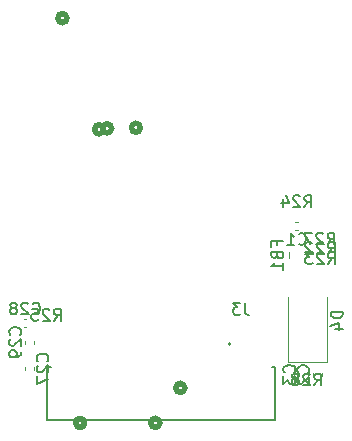
<source format=gbr>
%TF.GenerationSoftware,KiCad,Pcbnew,7.0.7*%
%TF.CreationDate,2024-10-30T15:59:06-07:00*%
%TF.ProjectId,SensingBoard_rev1.1,53656e73-696e-4674-926f-6172645f7265,rev?*%
%TF.SameCoordinates,Original*%
%TF.FileFunction,Legend,Bot*%
%TF.FilePolarity,Positive*%
%FSLAX46Y46*%
G04 Gerber Fmt 4.6, Leading zero omitted, Abs format (unit mm)*
G04 Created by KiCad (PCBNEW 7.0.7) date 2024-10-30 15:59:06*
%MOMM*%
%LPD*%
G01*
G04 APERTURE LIST*
%ADD10C,0.150000*%
%ADD11C,0.508000*%
%ADD12C,0.120000*%
%ADD13C,0.127000*%
%ADD14C,0.200000*%
G04 APERTURE END LIST*
D10*
X139830609Y-62631066D02*
X139830609Y-62297733D01*
X140354419Y-62297733D02*
X139354419Y-62297733D01*
X139354419Y-62297733D02*
X139354419Y-62773923D01*
X139830609Y-63488209D02*
X139878228Y-63631066D01*
X139878228Y-63631066D02*
X139925847Y-63678685D01*
X139925847Y-63678685D02*
X140021085Y-63726304D01*
X140021085Y-63726304D02*
X140163942Y-63726304D01*
X140163942Y-63726304D02*
X140259180Y-63678685D01*
X140259180Y-63678685D02*
X140306800Y-63631066D01*
X140306800Y-63631066D02*
X140354419Y-63535828D01*
X140354419Y-63535828D02*
X140354419Y-63154876D01*
X140354419Y-63154876D02*
X139354419Y-63154876D01*
X139354419Y-63154876D02*
X139354419Y-63488209D01*
X139354419Y-63488209D02*
X139402038Y-63583447D01*
X139402038Y-63583447D02*
X139449657Y-63631066D01*
X139449657Y-63631066D02*
X139544895Y-63678685D01*
X139544895Y-63678685D02*
X139640133Y-63678685D01*
X139640133Y-63678685D02*
X139735371Y-63631066D01*
X139735371Y-63631066D02*
X139782990Y-63583447D01*
X139782990Y-63583447D02*
X139830609Y-63488209D01*
X139830609Y-63488209D02*
X139830609Y-63154876D01*
X140354419Y-64678685D02*
X140354419Y-64107257D01*
X140354419Y-64392971D02*
X139354419Y-64392971D01*
X139354419Y-64392971D02*
X139497276Y-64297733D01*
X139497276Y-64297733D02*
X139592514Y-64202495D01*
X139592514Y-64202495D02*
X139640133Y-64107257D01*
X120391580Y-72430342D02*
X120439200Y-72382723D01*
X120439200Y-72382723D02*
X120486819Y-72239866D01*
X120486819Y-72239866D02*
X120486819Y-72144628D01*
X120486819Y-72144628D02*
X120439200Y-72001771D01*
X120439200Y-72001771D02*
X120343961Y-71906533D01*
X120343961Y-71906533D02*
X120248723Y-71858914D01*
X120248723Y-71858914D02*
X120058247Y-71811295D01*
X120058247Y-71811295D02*
X119915390Y-71811295D01*
X119915390Y-71811295D02*
X119724914Y-71858914D01*
X119724914Y-71858914D02*
X119629676Y-71906533D01*
X119629676Y-71906533D02*
X119534438Y-72001771D01*
X119534438Y-72001771D02*
X119486819Y-72144628D01*
X119486819Y-72144628D02*
X119486819Y-72239866D01*
X119486819Y-72239866D02*
X119534438Y-72382723D01*
X119534438Y-72382723D02*
X119582057Y-72430342D01*
X119582057Y-72811295D02*
X119534438Y-72858914D01*
X119534438Y-72858914D02*
X119486819Y-72954152D01*
X119486819Y-72954152D02*
X119486819Y-73192247D01*
X119486819Y-73192247D02*
X119534438Y-73287485D01*
X119534438Y-73287485D02*
X119582057Y-73335104D01*
X119582057Y-73335104D02*
X119677295Y-73382723D01*
X119677295Y-73382723D02*
X119772533Y-73382723D01*
X119772533Y-73382723D02*
X119915390Y-73335104D01*
X119915390Y-73335104D02*
X120486819Y-72763676D01*
X120486819Y-72763676D02*
X120486819Y-73382723D01*
X119486819Y-73716057D02*
X119486819Y-74382723D01*
X119486819Y-74382723D02*
X120486819Y-73954152D01*
X144112657Y-62549219D02*
X144445990Y-62073028D01*
X144684085Y-62549219D02*
X144684085Y-61549219D01*
X144684085Y-61549219D02*
X144303133Y-61549219D01*
X144303133Y-61549219D02*
X144207895Y-61596838D01*
X144207895Y-61596838D02*
X144160276Y-61644457D01*
X144160276Y-61644457D02*
X144112657Y-61739695D01*
X144112657Y-61739695D02*
X144112657Y-61882552D01*
X144112657Y-61882552D02*
X144160276Y-61977790D01*
X144160276Y-61977790D02*
X144207895Y-62025409D01*
X144207895Y-62025409D02*
X144303133Y-62073028D01*
X144303133Y-62073028D02*
X144684085Y-62073028D01*
X143731704Y-61644457D02*
X143684085Y-61596838D01*
X143684085Y-61596838D02*
X143588847Y-61549219D01*
X143588847Y-61549219D02*
X143350752Y-61549219D01*
X143350752Y-61549219D02*
X143255514Y-61596838D01*
X143255514Y-61596838D02*
X143207895Y-61644457D01*
X143207895Y-61644457D02*
X143160276Y-61739695D01*
X143160276Y-61739695D02*
X143160276Y-61834933D01*
X143160276Y-61834933D02*
X143207895Y-61977790D01*
X143207895Y-61977790D02*
X143779323Y-62549219D01*
X143779323Y-62549219D02*
X143160276Y-62549219D01*
X142826942Y-61549219D02*
X142160276Y-61549219D01*
X142160276Y-61549219D02*
X142588847Y-62549219D01*
X119136457Y-68389180D02*
X119184076Y-68436800D01*
X119184076Y-68436800D02*
X119326933Y-68484419D01*
X119326933Y-68484419D02*
X119422171Y-68484419D01*
X119422171Y-68484419D02*
X119565028Y-68436800D01*
X119565028Y-68436800D02*
X119660266Y-68341561D01*
X119660266Y-68341561D02*
X119707885Y-68246323D01*
X119707885Y-68246323D02*
X119755504Y-68055847D01*
X119755504Y-68055847D02*
X119755504Y-67912990D01*
X119755504Y-67912990D02*
X119707885Y-67722514D01*
X119707885Y-67722514D02*
X119660266Y-67627276D01*
X119660266Y-67627276D02*
X119565028Y-67532038D01*
X119565028Y-67532038D02*
X119422171Y-67484419D01*
X119422171Y-67484419D02*
X119326933Y-67484419D01*
X119326933Y-67484419D02*
X119184076Y-67532038D01*
X119184076Y-67532038D02*
X119136457Y-67579657D01*
X118755504Y-67579657D02*
X118707885Y-67532038D01*
X118707885Y-67532038D02*
X118612647Y-67484419D01*
X118612647Y-67484419D02*
X118374552Y-67484419D01*
X118374552Y-67484419D02*
X118279314Y-67532038D01*
X118279314Y-67532038D02*
X118231695Y-67579657D01*
X118231695Y-67579657D02*
X118184076Y-67674895D01*
X118184076Y-67674895D02*
X118184076Y-67770133D01*
X118184076Y-67770133D02*
X118231695Y-67912990D01*
X118231695Y-67912990D02*
X118803123Y-68484419D01*
X118803123Y-68484419D02*
X118184076Y-68484419D01*
X117612647Y-67912990D02*
X117707885Y-67865371D01*
X117707885Y-67865371D02*
X117755504Y-67817752D01*
X117755504Y-67817752D02*
X117803123Y-67722514D01*
X117803123Y-67722514D02*
X117803123Y-67674895D01*
X117803123Y-67674895D02*
X117755504Y-67579657D01*
X117755504Y-67579657D02*
X117707885Y-67532038D01*
X117707885Y-67532038D02*
X117612647Y-67484419D01*
X117612647Y-67484419D02*
X117422171Y-67484419D01*
X117422171Y-67484419D02*
X117326933Y-67532038D01*
X117326933Y-67532038D02*
X117279314Y-67579657D01*
X117279314Y-67579657D02*
X117231695Y-67674895D01*
X117231695Y-67674895D02*
X117231695Y-67722514D01*
X117231695Y-67722514D02*
X117279314Y-67817752D01*
X117279314Y-67817752D02*
X117326933Y-67865371D01*
X117326933Y-67865371D02*
X117422171Y-67912990D01*
X117422171Y-67912990D02*
X117612647Y-67912990D01*
X117612647Y-67912990D02*
X117707885Y-67960609D01*
X117707885Y-67960609D02*
X117755504Y-68008228D01*
X117755504Y-68008228D02*
X117803123Y-68103466D01*
X117803123Y-68103466D02*
X117803123Y-68293942D01*
X117803123Y-68293942D02*
X117755504Y-68389180D01*
X117755504Y-68389180D02*
X117707885Y-68436800D01*
X117707885Y-68436800D02*
X117612647Y-68484419D01*
X117612647Y-68484419D02*
X117422171Y-68484419D01*
X117422171Y-68484419D02*
X117326933Y-68436800D01*
X117326933Y-68436800D02*
X117279314Y-68389180D01*
X117279314Y-68389180D02*
X117231695Y-68293942D01*
X117231695Y-68293942D02*
X117231695Y-68103466D01*
X117231695Y-68103466D02*
X117279314Y-68008228D01*
X117279314Y-68008228D02*
X117326933Y-67960609D01*
X117326933Y-67960609D02*
X117422171Y-67912990D01*
X120947857Y-69000819D02*
X121281190Y-68524628D01*
X121519285Y-69000819D02*
X121519285Y-68000819D01*
X121519285Y-68000819D02*
X121138333Y-68000819D01*
X121138333Y-68000819D02*
X121043095Y-68048438D01*
X121043095Y-68048438D02*
X120995476Y-68096057D01*
X120995476Y-68096057D02*
X120947857Y-68191295D01*
X120947857Y-68191295D02*
X120947857Y-68334152D01*
X120947857Y-68334152D02*
X120995476Y-68429390D01*
X120995476Y-68429390D02*
X121043095Y-68477009D01*
X121043095Y-68477009D02*
X121138333Y-68524628D01*
X121138333Y-68524628D02*
X121519285Y-68524628D01*
X120566904Y-68096057D02*
X120519285Y-68048438D01*
X120519285Y-68048438D02*
X120424047Y-68000819D01*
X120424047Y-68000819D02*
X120185952Y-68000819D01*
X120185952Y-68000819D02*
X120090714Y-68048438D01*
X120090714Y-68048438D02*
X120043095Y-68096057D01*
X120043095Y-68096057D02*
X119995476Y-68191295D01*
X119995476Y-68191295D02*
X119995476Y-68286533D01*
X119995476Y-68286533D02*
X120043095Y-68429390D01*
X120043095Y-68429390D02*
X120614523Y-69000819D01*
X120614523Y-69000819D02*
X119995476Y-69000819D01*
X119090714Y-68000819D02*
X119566904Y-68000819D01*
X119566904Y-68000819D02*
X119614523Y-68477009D01*
X119614523Y-68477009D02*
X119566904Y-68429390D01*
X119566904Y-68429390D02*
X119471666Y-68381771D01*
X119471666Y-68381771D02*
X119233571Y-68381771D01*
X119233571Y-68381771D02*
X119138333Y-68429390D01*
X119138333Y-68429390D02*
X119090714Y-68477009D01*
X119090714Y-68477009D02*
X119043095Y-68572247D01*
X119043095Y-68572247D02*
X119043095Y-68810342D01*
X119043095Y-68810342D02*
X119090714Y-68905580D01*
X119090714Y-68905580D02*
X119138333Y-68953200D01*
X119138333Y-68953200D02*
X119233571Y-69000819D01*
X119233571Y-69000819D02*
X119471666Y-69000819D01*
X119471666Y-69000819D02*
X119566904Y-68953200D01*
X119566904Y-68953200D02*
X119614523Y-68905580D01*
X144137657Y-64205219D02*
X144470990Y-63729028D01*
X144709085Y-64205219D02*
X144709085Y-63205219D01*
X144709085Y-63205219D02*
X144328133Y-63205219D01*
X144328133Y-63205219D02*
X144232895Y-63252838D01*
X144232895Y-63252838D02*
X144185276Y-63300457D01*
X144185276Y-63300457D02*
X144137657Y-63395695D01*
X144137657Y-63395695D02*
X144137657Y-63538552D01*
X144137657Y-63538552D02*
X144185276Y-63633790D01*
X144185276Y-63633790D02*
X144232895Y-63681409D01*
X144232895Y-63681409D02*
X144328133Y-63729028D01*
X144328133Y-63729028D02*
X144709085Y-63729028D01*
X143756704Y-63300457D02*
X143709085Y-63252838D01*
X143709085Y-63252838D02*
X143613847Y-63205219D01*
X143613847Y-63205219D02*
X143375752Y-63205219D01*
X143375752Y-63205219D02*
X143280514Y-63252838D01*
X143280514Y-63252838D02*
X143232895Y-63300457D01*
X143232895Y-63300457D02*
X143185276Y-63395695D01*
X143185276Y-63395695D02*
X143185276Y-63490933D01*
X143185276Y-63490933D02*
X143232895Y-63633790D01*
X143232895Y-63633790D02*
X143804323Y-64205219D01*
X143804323Y-64205219D02*
X143185276Y-64205219D01*
X142851942Y-63205219D02*
X142232895Y-63205219D01*
X142232895Y-63205219D02*
X142566228Y-63586171D01*
X142566228Y-63586171D02*
X142423371Y-63586171D01*
X142423371Y-63586171D02*
X142328133Y-63633790D01*
X142328133Y-63633790D02*
X142280514Y-63681409D01*
X142280514Y-63681409D02*
X142232895Y-63776647D01*
X142232895Y-63776647D02*
X142232895Y-64014742D01*
X142232895Y-64014742D02*
X142280514Y-64109980D01*
X142280514Y-64109980D02*
X142328133Y-64157600D01*
X142328133Y-64157600D02*
X142423371Y-64205219D01*
X142423371Y-64205219D02*
X142709085Y-64205219D01*
X142709085Y-64205219D02*
X142804323Y-64157600D01*
X142804323Y-64157600D02*
X142851942Y-64109980D01*
X141667466Y-62509980D02*
X141715085Y-62557600D01*
X141715085Y-62557600D02*
X141857942Y-62605219D01*
X141857942Y-62605219D02*
X141953180Y-62605219D01*
X141953180Y-62605219D02*
X142096037Y-62557600D01*
X142096037Y-62557600D02*
X142191275Y-62462361D01*
X142191275Y-62462361D02*
X142238894Y-62367123D01*
X142238894Y-62367123D02*
X142286513Y-62176647D01*
X142286513Y-62176647D02*
X142286513Y-62033790D01*
X142286513Y-62033790D02*
X142238894Y-61843314D01*
X142238894Y-61843314D02*
X142191275Y-61748076D01*
X142191275Y-61748076D02*
X142096037Y-61652838D01*
X142096037Y-61652838D02*
X141953180Y-61605219D01*
X141953180Y-61605219D02*
X141857942Y-61605219D01*
X141857942Y-61605219D02*
X141715085Y-61652838D01*
X141715085Y-61652838D02*
X141667466Y-61700457D01*
X140715085Y-62605219D02*
X141286513Y-62605219D01*
X141000799Y-62605219D02*
X141000799Y-61605219D01*
X141000799Y-61605219D02*
X141096037Y-61748076D01*
X141096037Y-61748076D02*
X141191275Y-61843314D01*
X141191275Y-61843314D02*
X141286513Y-61890933D01*
X118071580Y-70195142D02*
X118119200Y-70147523D01*
X118119200Y-70147523D02*
X118166819Y-70004666D01*
X118166819Y-70004666D02*
X118166819Y-69909428D01*
X118166819Y-69909428D02*
X118119200Y-69766571D01*
X118119200Y-69766571D02*
X118023961Y-69671333D01*
X118023961Y-69671333D02*
X117928723Y-69623714D01*
X117928723Y-69623714D02*
X117738247Y-69576095D01*
X117738247Y-69576095D02*
X117595390Y-69576095D01*
X117595390Y-69576095D02*
X117404914Y-69623714D01*
X117404914Y-69623714D02*
X117309676Y-69671333D01*
X117309676Y-69671333D02*
X117214438Y-69766571D01*
X117214438Y-69766571D02*
X117166819Y-69909428D01*
X117166819Y-69909428D02*
X117166819Y-70004666D01*
X117166819Y-70004666D02*
X117214438Y-70147523D01*
X117214438Y-70147523D02*
X117262057Y-70195142D01*
X117262057Y-70576095D02*
X117214438Y-70623714D01*
X117214438Y-70623714D02*
X117166819Y-70718952D01*
X117166819Y-70718952D02*
X117166819Y-70957047D01*
X117166819Y-70957047D02*
X117214438Y-71052285D01*
X117214438Y-71052285D02*
X117262057Y-71099904D01*
X117262057Y-71099904D02*
X117357295Y-71147523D01*
X117357295Y-71147523D02*
X117452533Y-71147523D01*
X117452533Y-71147523D02*
X117595390Y-71099904D01*
X117595390Y-71099904D02*
X118166819Y-70528476D01*
X118166819Y-70528476D02*
X118166819Y-71147523D01*
X118166819Y-71623714D02*
X118166819Y-71814190D01*
X118166819Y-71814190D02*
X118119200Y-71909428D01*
X118119200Y-71909428D02*
X118071580Y-71957047D01*
X118071580Y-71957047D02*
X117928723Y-72052285D01*
X117928723Y-72052285D02*
X117738247Y-72099904D01*
X117738247Y-72099904D02*
X117357295Y-72099904D01*
X117357295Y-72099904D02*
X117262057Y-72052285D01*
X117262057Y-72052285D02*
X117214438Y-72004666D01*
X117214438Y-72004666D02*
X117166819Y-71909428D01*
X117166819Y-71909428D02*
X117166819Y-71718952D01*
X117166819Y-71718952D02*
X117214438Y-71623714D01*
X117214438Y-71623714D02*
X117262057Y-71576095D01*
X117262057Y-71576095D02*
X117357295Y-71528476D01*
X117357295Y-71528476D02*
X117595390Y-71528476D01*
X117595390Y-71528476D02*
X117690628Y-71576095D01*
X117690628Y-71576095D02*
X117738247Y-71623714D01*
X117738247Y-71623714D02*
X117785866Y-71718952D01*
X117785866Y-71718952D02*
X117785866Y-71909428D01*
X117785866Y-71909428D02*
X117738247Y-72004666D01*
X117738247Y-72004666D02*
X117690628Y-72052285D01*
X117690628Y-72052285D02*
X117595390Y-72099904D01*
X142455580Y-73419733D02*
X142503200Y-73372114D01*
X142503200Y-73372114D02*
X142550819Y-73229257D01*
X142550819Y-73229257D02*
X142550819Y-73134019D01*
X142550819Y-73134019D02*
X142503200Y-72991162D01*
X142503200Y-72991162D02*
X142407961Y-72895924D01*
X142407961Y-72895924D02*
X142312723Y-72848305D01*
X142312723Y-72848305D02*
X142122247Y-72800686D01*
X142122247Y-72800686D02*
X141979390Y-72800686D01*
X141979390Y-72800686D02*
X141788914Y-72848305D01*
X141788914Y-72848305D02*
X141693676Y-72895924D01*
X141693676Y-72895924D02*
X141598438Y-72991162D01*
X141598438Y-72991162D02*
X141550819Y-73134019D01*
X141550819Y-73134019D02*
X141550819Y-73229257D01*
X141550819Y-73229257D02*
X141598438Y-73372114D01*
X141598438Y-73372114D02*
X141646057Y-73419733D01*
X141646057Y-73800686D02*
X141598438Y-73848305D01*
X141598438Y-73848305D02*
X141550819Y-73943543D01*
X141550819Y-73943543D02*
X141550819Y-74181638D01*
X141550819Y-74181638D02*
X141598438Y-74276876D01*
X141598438Y-74276876D02*
X141646057Y-74324495D01*
X141646057Y-74324495D02*
X141741295Y-74372114D01*
X141741295Y-74372114D02*
X141836533Y-74372114D01*
X141836533Y-74372114D02*
X141979390Y-74324495D01*
X141979390Y-74324495D02*
X142550819Y-73753067D01*
X142550819Y-73753067D02*
X142550819Y-74372114D01*
X141287180Y-73391733D02*
X141334800Y-73344114D01*
X141334800Y-73344114D02*
X141382419Y-73201257D01*
X141382419Y-73201257D02*
X141382419Y-73106019D01*
X141382419Y-73106019D02*
X141334800Y-72963162D01*
X141334800Y-72963162D02*
X141239561Y-72867924D01*
X141239561Y-72867924D02*
X141144323Y-72820305D01*
X141144323Y-72820305D02*
X140953847Y-72772686D01*
X140953847Y-72772686D02*
X140810990Y-72772686D01*
X140810990Y-72772686D02*
X140620514Y-72820305D01*
X140620514Y-72820305D02*
X140525276Y-72867924D01*
X140525276Y-72867924D02*
X140430038Y-72963162D01*
X140430038Y-72963162D02*
X140382419Y-73106019D01*
X140382419Y-73106019D02*
X140382419Y-73201257D01*
X140382419Y-73201257D02*
X140430038Y-73344114D01*
X140430038Y-73344114D02*
X140477657Y-73391733D01*
X140382419Y-73725067D02*
X140382419Y-74344114D01*
X140382419Y-74344114D02*
X140763371Y-74010781D01*
X140763371Y-74010781D02*
X140763371Y-74153638D01*
X140763371Y-74153638D02*
X140810990Y-74248876D01*
X140810990Y-74248876D02*
X140858609Y-74296495D01*
X140858609Y-74296495D02*
X140953847Y-74344114D01*
X140953847Y-74344114D02*
X141191942Y-74344114D01*
X141191942Y-74344114D02*
X141287180Y-74296495D01*
X141287180Y-74296495D02*
X141334800Y-74248876D01*
X141334800Y-74248876D02*
X141382419Y-74153638D01*
X141382419Y-74153638D02*
X141382419Y-73867924D01*
X141382419Y-73867924D02*
X141334800Y-73772686D01*
X141334800Y-73772686D02*
X141287180Y-73725067D01*
X137107533Y-67508219D02*
X137107533Y-68222504D01*
X137107533Y-68222504D02*
X137155152Y-68365361D01*
X137155152Y-68365361D02*
X137250390Y-68460600D01*
X137250390Y-68460600D02*
X137393247Y-68508219D01*
X137393247Y-68508219D02*
X137488485Y-68508219D01*
X136726580Y-67508219D02*
X136107533Y-67508219D01*
X136107533Y-67508219D02*
X136440866Y-67889171D01*
X136440866Y-67889171D02*
X136298009Y-67889171D01*
X136298009Y-67889171D02*
X136202771Y-67936790D01*
X136202771Y-67936790D02*
X136155152Y-67984409D01*
X136155152Y-67984409D02*
X136107533Y-68079647D01*
X136107533Y-68079647D02*
X136107533Y-68317742D01*
X136107533Y-68317742D02*
X136155152Y-68412980D01*
X136155152Y-68412980D02*
X136202771Y-68460600D01*
X136202771Y-68460600D02*
X136298009Y-68508219D01*
X136298009Y-68508219D02*
X136583723Y-68508219D01*
X136583723Y-68508219D02*
X136678961Y-68460600D01*
X136678961Y-68460600D02*
X136726580Y-68412980D01*
X145398019Y-68248305D02*
X144398019Y-68248305D01*
X144398019Y-68248305D02*
X144398019Y-68486400D01*
X144398019Y-68486400D02*
X144445638Y-68629257D01*
X144445638Y-68629257D02*
X144540876Y-68724495D01*
X144540876Y-68724495D02*
X144636114Y-68772114D01*
X144636114Y-68772114D02*
X144826590Y-68819733D01*
X144826590Y-68819733D02*
X144969447Y-68819733D01*
X144969447Y-68819733D02*
X145159923Y-68772114D01*
X145159923Y-68772114D02*
X145255161Y-68724495D01*
X145255161Y-68724495D02*
X145350400Y-68629257D01*
X145350400Y-68629257D02*
X145398019Y-68486400D01*
X145398019Y-68486400D02*
X145398019Y-68248305D01*
X144731352Y-69676876D02*
X145398019Y-69676876D01*
X144350400Y-69438781D02*
X145064685Y-69200686D01*
X145064685Y-69200686D02*
X145064685Y-69819733D01*
X144137657Y-63362019D02*
X144470990Y-62885828D01*
X144709085Y-63362019D02*
X144709085Y-62362019D01*
X144709085Y-62362019D02*
X144328133Y-62362019D01*
X144328133Y-62362019D02*
X144232895Y-62409638D01*
X144232895Y-62409638D02*
X144185276Y-62457257D01*
X144185276Y-62457257D02*
X144137657Y-62552495D01*
X144137657Y-62552495D02*
X144137657Y-62695352D01*
X144137657Y-62695352D02*
X144185276Y-62790590D01*
X144185276Y-62790590D02*
X144232895Y-62838209D01*
X144232895Y-62838209D02*
X144328133Y-62885828D01*
X144328133Y-62885828D02*
X144709085Y-62885828D01*
X143756704Y-62457257D02*
X143709085Y-62409638D01*
X143709085Y-62409638D02*
X143613847Y-62362019D01*
X143613847Y-62362019D02*
X143375752Y-62362019D01*
X143375752Y-62362019D02*
X143280514Y-62409638D01*
X143280514Y-62409638D02*
X143232895Y-62457257D01*
X143232895Y-62457257D02*
X143185276Y-62552495D01*
X143185276Y-62552495D02*
X143185276Y-62647733D01*
X143185276Y-62647733D02*
X143232895Y-62790590D01*
X143232895Y-62790590D02*
X143804323Y-63362019D01*
X143804323Y-63362019D02*
X143185276Y-63362019D01*
X142804323Y-62457257D02*
X142756704Y-62409638D01*
X142756704Y-62409638D02*
X142661466Y-62362019D01*
X142661466Y-62362019D02*
X142423371Y-62362019D01*
X142423371Y-62362019D02*
X142328133Y-62409638D01*
X142328133Y-62409638D02*
X142280514Y-62457257D01*
X142280514Y-62457257D02*
X142232895Y-62552495D01*
X142232895Y-62552495D02*
X142232895Y-62647733D01*
X142232895Y-62647733D02*
X142280514Y-62790590D01*
X142280514Y-62790590D02*
X142851942Y-63362019D01*
X142851942Y-63362019D02*
X142232895Y-63362019D01*
X142156457Y-59399619D02*
X142489790Y-58923428D01*
X142727885Y-59399619D02*
X142727885Y-58399619D01*
X142727885Y-58399619D02*
X142346933Y-58399619D01*
X142346933Y-58399619D02*
X142251695Y-58447238D01*
X142251695Y-58447238D02*
X142204076Y-58494857D01*
X142204076Y-58494857D02*
X142156457Y-58590095D01*
X142156457Y-58590095D02*
X142156457Y-58732952D01*
X142156457Y-58732952D02*
X142204076Y-58828190D01*
X142204076Y-58828190D02*
X142251695Y-58875809D01*
X142251695Y-58875809D02*
X142346933Y-58923428D01*
X142346933Y-58923428D02*
X142727885Y-58923428D01*
X141775504Y-58494857D02*
X141727885Y-58447238D01*
X141727885Y-58447238D02*
X141632647Y-58399619D01*
X141632647Y-58399619D02*
X141394552Y-58399619D01*
X141394552Y-58399619D02*
X141299314Y-58447238D01*
X141299314Y-58447238D02*
X141251695Y-58494857D01*
X141251695Y-58494857D02*
X141204076Y-58590095D01*
X141204076Y-58590095D02*
X141204076Y-58685333D01*
X141204076Y-58685333D02*
X141251695Y-58828190D01*
X141251695Y-58828190D02*
X141823123Y-59399619D01*
X141823123Y-59399619D02*
X141204076Y-59399619D01*
X140346933Y-58732952D02*
X140346933Y-59399619D01*
X140585028Y-58352000D02*
X140823123Y-59066285D01*
X140823123Y-59066285D02*
X140204076Y-59066285D01*
X142995057Y-74487219D02*
X143328390Y-74011028D01*
X143566485Y-74487219D02*
X143566485Y-73487219D01*
X143566485Y-73487219D02*
X143185533Y-73487219D01*
X143185533Y-73487219D02*
X143090295Y-73534838D01*
X143090295Y-73534838D02*
X143042676Y-73582457D01*
X143042676Y-73582457D02*
X142995057Y-73677695D01*
X142995057Y-73677695D02*
X142995057Y-73820552D01*
X142995057Y-73820552D02*
X143042676Y-73915790D01*
X143042676Y-73915790D02*
X143090295Y-73963409D01*
X143090295Y-73963409D02*
X143185533Y-74011028D01*
X143185533Y-74011028D02*
X143566485Y-74011028D01*
X142614104Y-73582457D02*
X142566485Y-73534838D01*
X142566485Y-73534838D02*
X142471247Y-73487219D01*
X142471247Y-73487219D02*
X142233152Y-73487219D01*
X142233152Y-73487219D02*
X142137914Y-73534838D01*
X142137914Y-73534838D02*
X142090295Y-73582457D01*
X142090295Y-73582457D02*
X142042676Y-73677695D01*
X142042676Y-73677695D02*
X142042676Y-73772933D01*
X142042676Y-73772933D02*
X142090295Y-73915790D01*
X142090295Y-73915790D02*
X142661723Y-74487219D01*
X142661723Y-74487219D02*
X142042676Y-74487219D01*
X141471247Y-73915790D02*
X141566485Y-73868171D01*
X141566485Y-73868171D02*
X141614104Y-73820552D01*
X141614104Y-73820552D02*
X141661723Y-73725314D01*
X141661723Y-73725314D02*
X141661723Y-73677695D01*
X141661723Y-73677695D02*
X141614104Y-73582457D01*
X141614104Y-73582457D02*
X141566485Y-73534838D01*
X141566485Y-73534838D02*
X141471247Y-73487219D01*
X141471247Y-73487219D02*
X141280771Y-73487219D01*
X141280771Y-73487219D02*
X141185533Y-73534838D01*
X141185533Y-73534838D02*
X141137914Y-73582457D01*
X141137914Y-73582457D02*
X141090295Y-73677695D01*
X141090295Y-73677695D02*
X141090295Y-73725314D01*
X141090295Y-73725314D02*
X141137914Y-73820552D01*
X141137914Y-73820552D02*
X141185533Y-73868171D01*
X141185533Y-73868171D02*
X141280771Y-73915790D01*
X141280771Y-73915790D02*
X141471247Y-73915790D01*
X141471247Y-73915790D02*
X141566485Y-73963409D01*
X141566485Y-73963409D02*
X141614104Y-74011028D01*
X141614104Y-74011028D02*
X141661723Y-74106266D01*
X141661723Y-74106266D02*
X141661723Y-74296742D01*
X141661723Y-74296742D02*
X141614104Y-74391980D01*
X141614104Y-74391980D02*
X141566485Y-74439600D01*
X141566485Y-74439600D02*
X141471247Y-74487219D01*
X141471247Y-74487219D02*
X141280771Y-74487219D01*
X141280771Y-74487219D02*
X141185533Y-74439600D01*
X141185533Y-74439600D02*
X141137914Y-74391980D01*
X141137914Y-74391980D02*
X141090295Y-74296742D01*
X141090295Y-74296742D02*
X141090295Y-74106266D01*
X141090295Y-74106266D02*
X141137914Y-74011028D01*
X141137914Y-74011028D02*
X141185533Y-73963409D01*
X141185533Y-73963409D02*
X141280771Y-73915790D01*
D11*
%TO.C,J6*%
X125145800Y-52806600D02*
G75*
G03*
X125145800Y-52806600I-381000J0D01*
G01*
%TO.C,SW2*%
X129908700Y-77665000D02*
G75*
G03*
X129908700Y-77665000I-381000J0D01*
G01*
%TO.C,J7*%
X122047000Y-43395900D02*
G75*
G03*
X122047000Y-43395900I-381000J0D01*
G01*
%TO.C,J9*%
X125831600Y-52730400D02*
G75*
G03*
X125831600Y-52730400I-381000J0D01*
G01*
%TO.C,J2*%
X132029200Y-74702798D02*
G75*
G03*
X132029200Y-74702798I-381000J0D01*
G01*
%TO.C,J5*%
X128270000Y-52679600D02*
G75*
G03*
X128270000Y-52679600I-381000J0D01*
G01*
%TO.C,SW1*%
X123543899Y-77673199D02*
G75*
G03*
X123543899Y-77673199I-381000J0D01*
G01*
D12*
%TO.C,FB1*%
X142314600Y-63203148D02*
X142314600Y-63725652D01*
X140844600Y-63203148D02*
X140844600Y-63725652D01*
%TO.C,C27*%
X118512000Y-73181036D02*
X118512000Y-72965364D01*
X119232000Y-73181036D02*
X119232000Y-72965364D01*
%TO.C,C28*%
X118601436Y-69549600D02*
X118385764Y-69549600D01*
X118601436Y-68829600D02*
X118385764Y-68829600D01*
%TO.C,C1*%
X141392964Y-60630400D02*
X141608636Y-60630400D01*
X141392964Y-61350400D02*
X141608636Y-61350400D01*
%TO.C,C29*%
X119232000Y-70730164D02*
X119232000Y-70945836D01*
X118512000Y-70730164D02*
X118512000Y-70945836D01*
%TO.C,C2*%
X143616000Y-73478564D02*
X143616000Y-73694236D01*
X142896000Y-73478564D02*
X142896000Y-73694236D01*
%TO.C,C3*%
X142447600Y-73450564D02*
X142447600Y-73666236D01*
X141727600Y-73450564D02*
X141727600Y-73666236D01*
D13*
%TO.C,J3*%
X139699200Y-77438400D02*
X120399200Y-77438400D01*
X139699200Y-72938400D02*
X139699200Y-77438400D01*
X139419200Y-72938400D02*
X139699200Y-72938400D01*
X120399200Y-77438400D02*
X120399200Y-72938400D01*
X120399200Y-72938400D02*
X120679200Y-72938400D01*
D14*
X135899200Y-70988400D02*
G75*
G03*
X135899200Y-70988400I-100000J0D01*
G01*
D12*
%TO.C,D4*%
X140793200Y-72496400D02*
X140793200Y-66986400D01*
X144093200Y-72496400D02*
X140793200Y-72496400D01*
X144093200Y-72496400D02*
X144093200Y-66986400D01*
%TD*%
M02*

</source>
